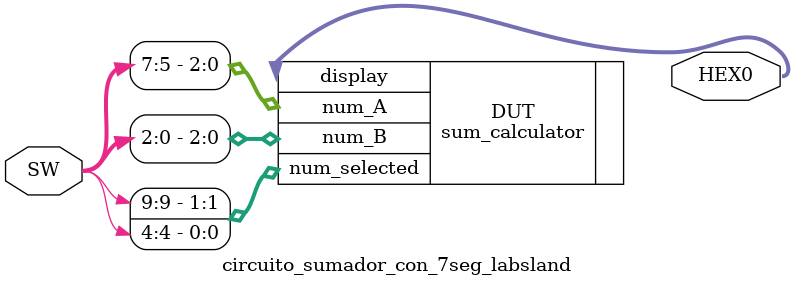
<source format=v>
/*  3-bit sum calculator with 7-segment display
    Author: Sebastian Garcia
    Date: October 2021
*/

module circuito_sumador_con_7seg_labsland
(
    input [9:0] SW,
    output [6:0] HEX0
);

sum_calculator DUT(
    .num_A(SW[7:5]),
    .num_B(SW[2:0]),

    .num_selected({SW[9], SW[4]}),
    .display(HEX0)
);

endmodule

</source>
